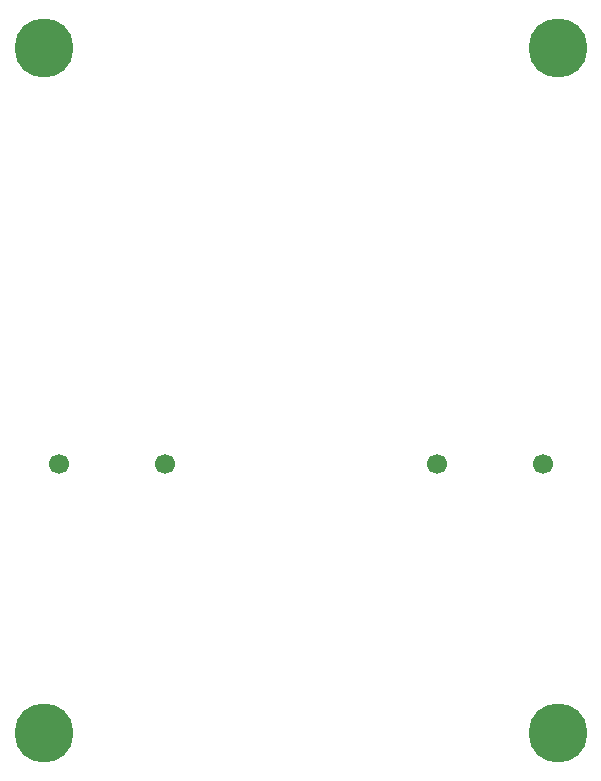
<source format=gbr>
%TF.GenerationSoftware,KiCad,Pcbnew,5.1.7-a382d34a8~88~ubuntu18.04.1*%
%TF.CreationDate,2022-11-07T19:22:55-05:00*%
%TF.ProjectId,project-mute-button,70726f6a-6563-4742-9d6d-7574652d6275,rev?*%
%TF.SameCoordinates,Original*%
%TF.FileFunction,Soldermask,Bot*%
%TF.FilePolarity,Negative*%
%FSLAX46Y46*%
G04 Gerber Fmt 4.6, Leading zero omitted, Abs format (unit mm)*
G04 Created by KiCad (PCBNEW 5.1.7-a382d34a8~88~ubuntu18.04.1) date 2022-11-07 19:22:55*
%MOMM*%
%LPD*%
G01*
G04 APERTURE LIST*
%ADD10C,5.000000*%
%ADD11C,1.700000*%
G04 APERTURE END LIST*
D10*
%TO.C,H4*%
X89100000Y-89150000D03*
%TD*%
%TO.C,H3*%
X89100000Y-31150000D03*
%TD*%
%TO.C,H2*%
X45600000Y-89150000D03*
%TD*%
%TO.C,H1*%
X45600000Y-31150000D03*
%TD*%
D11*
%TO.C,J4*%
X46850000Y-66350000D03*
X55850000Y-66350000D03*
%TD*%
%TO.C,J3*%
X78850000Y-66350000D03*
X87850000Y-66350000D03*
%TD*%
M02*

</source>
